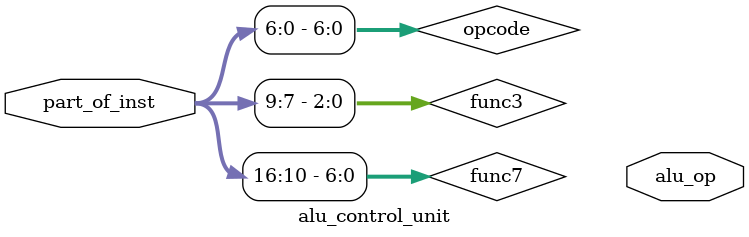
<source format=v>
module alu_control_unit (
    input  [16:0] part_of_inst,
    output [ 3:0] alu_op
);
  wire [6:0] func7 = part_of_inst[16:10];
  wire [2:0] func3 = part_of_inst[9:7];
  wire [6:0] opcode = part_of_inst[6:0];
endmodule

</source>
